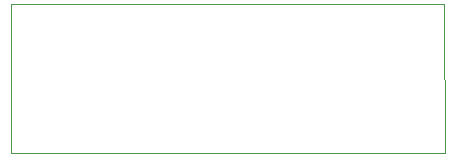
<source format=gbr>
G04 #@! TF.GenerationSoftware,KiCad,Pcbnew,(5.1.4)-1*
G04 #@! TF.CreationDate,2020-06-01T20:19:03-04:00*
G04 #@! TF.ProjectId,UniversalLM393,556e6976-6572-4736-916c-4c4d3339332e,rev?*
G04 #@! TF.SameCoordinates,Original*
G04 #@! TF.FileFunction,Profile,NP*
%FSLAX46Y46*%
G04 Gerber Fmt 4.6, Leading zero omitted, Abs format (unit mm)*
G04 Created by KiCad (PCBNEW (5.1.4)-1) date 2020-06-01 20:19:03*
%MOMM*%
%LPD*%
G04 APERTURE LIST*
%ADD10C,0.050000*%
G04 APERTURE END LIST*
D10*
X129006600Y-103936800D02*
X165709600Y-103962200D01*
X165709600Y-103962200D02*
X165658800Y-91338400D01*
X129006600Y-91338400D02*
X129006600Y-103936800D01*
X129006600Y-91338400D02*
X165658800Y-91338400D01*
M02*

</source>
